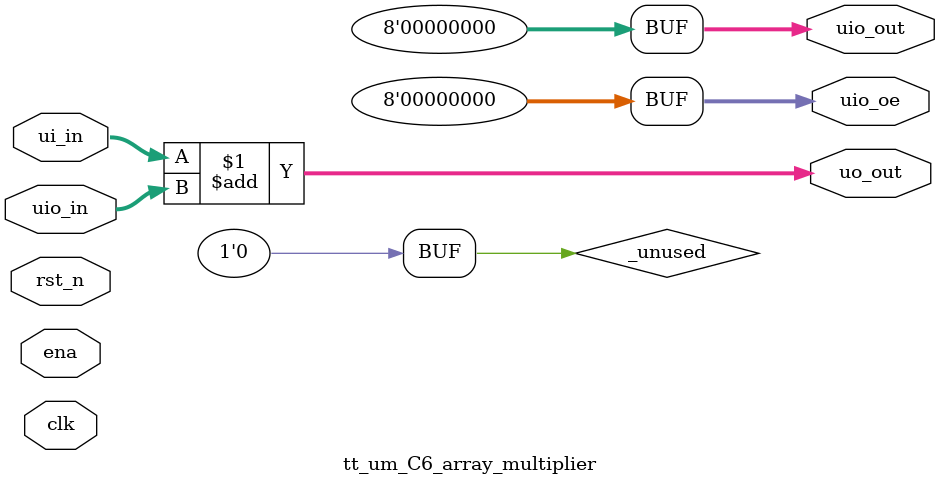
<source format=v>
/*
 * Copyright (c) 2024 Your Name
 * SPDX-License-Identifier: Apache-2.0
 */

`default_nettype none

module tt_um_C6_array_multiplier(
    input  wire [7:0] ui_in,    // Dedicated inputs
    output wire [7:0] uo_out,   // Dedicated outputs
    input  wire [7:0] uio_in,   // IOs: Input path
    output wire [7:0] uio_out,  // IOs: Output path
    output wire [7:0] uio_oe,   // IOs: Enable path (active high: 0=input, 1=output)
    input  wire       ena,      // always 1 when the design is powered, so you can ignore it
    input  wire       clk,      // clock
    input  wire       rst_n     // reset_n - low to reset
);

  // All output pins must be assigned. If not used, assign to 0.
  assign uo_out  = ui_in + uio_in;  // Example: ou_out is the sum of ui_in and uio_in
  assign uio_out = 0;
  assign uio_oe  = 0;

  // List all unused inputs to prevent warnings
    wire _unused = &{ena, clk, rst_n,uio_in, 1'b0};

endmodule

</source>
